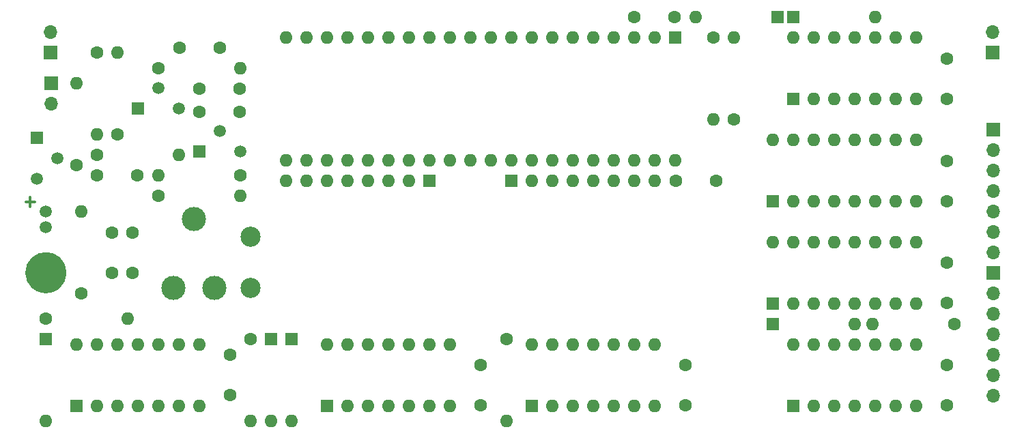
<source format=gbr>
%TF.GenerationSoftware,KiCad,Pcbnew,8.0.1*%
%TF.CreationDate,2024-05-17T17:30:14+02:00*%
%TF.ProjectId,modul_MH106,6d6f6475-6c5f-44d4-9831-30362e6b6963,rev?*%
%TF.SameCoordinates,Original*%
%TF.FileFunction,Soldermask,Bot*%
%TF.FilePolarity,Negative*%
%FSLAX46Y46*%
G04 Gerber Fmt 4.6, Leading zero omitted, Abs format (unit mm)*
G04 Created by KiCad (PCBNEW 8.0.1) date 2024-05-17 17:30:14*
%MOMM*%
%LPD*%
G01*
G04 APERTURE LIST*
%ADD10C,2.575000*%
%ADD11C,0.300000*%
%ADD12R,1.600000X1.600000*%
%ADD13O,1.600000X1.600000*%
%ADD14C,1.600000*%
%ADD15R,1.700000X1.700000*%
%ADD16O,1.700000X1.700000*%
%ADD17R,1.500000X1.500000*%
%ADD18C,1.500000*%
%ADD19C,2.500000*%
%ADD20C,3.000000*%
G04 APERTURE END LIST*
D10*
X97847500Y-90170000D02*
G75*
G02*
X95272500Y-90170000I-1287500J0D01*
G01*
X95272500Y-90170000D02*
G75*
G02*
X97847500Y-90170000I1287500J0D01*
G01*
D11*
X95186428Y-81386900D02*
X94043571Y-81386900D01*
X94614999Y-81958328D02*
X94614999Y-80815471D01*
D12*
%TO.C,V6*%
X186690000Y-96520000D03*
D13*
X196850000Y-96520000D03*
%TD*%
%TO.C,R16*%
X199072500Y-96520000D03*
D14*
X209232500Y-96520000D03*
%TD*%
%TO.C,R15*%
X100330000Y-76835000D03*
D13*
X100330000Y-66675000D03*
%TD*%
D14*
%TO.C,C16*%
X175895000Y-101600000D03*
X175895000Y-106600000D03*
%TD*%
D12*
%TO.C,R9*%
X154305000Y-78740000D03*
D13*
X156845000Y-78740000D03*
X159385000Y-78740000D03*
X161925000Y-78740000D03*
X164465000Y-78740000D03*
X167005000Y-78740000D03*
X169545000Y-78740000D03*
X172085000Y-78740000D03*
%TD*%
D15*
%TO.C,X5*%
X97130000Y-62845000D03*
D16*
X97130000Y-60305000D03*
%TD*%
D14*
%TO.C,C3*%
X107315000Y-90170000D03*
X107315000Y-85170000D03*
%TD*%
D15*
%TO.C,X4*%
X97180000Y-66695000D03*
D16*
X97180000Y-69235000D03*
%TD*%
D12*
%TO.C,D3*%
X189230000Y-68580000D03*
D13*
X191770000Y-68580000D03*
X194310000Y-68580000D03*
X196850000Y-68580000D03*
X199390000Y-68580000D03*
X201930000Y-68580000D03*
X204470000Y-68580000D03*
X204470000Y-60960000D03*
X201930000Y-60960000D03*
X199390000Y-60960000D03*
X196850000Y-60960000D03*
X194310000Y-60960000D03*
X191770000Y-60960000D03*
X189230000Y-60960000D03*
%TD*%
D14*
%TO.C,R11*%
X121920000Y-98425000D03*
D13*
X121920000Y-108585000D03*
%TD*%
D12*
%TO.C,A1*%
X100330000Y-106680000D03*
D13*
X102870000Y-106680000D03*
X105410000Y-106680000D03*
X107950000Y-106680000D03*
X110490000Y-106680000D03*
X113030000Y-106680000D03*
X115570000Y-106680000D03*
X115570000Y-99060000D03*
X113030000Y-99060000D03*
X110490000Y-99060000D03*
X107950000Y-99060000D03*
X105410000Y-99060000D03*
X102870000Y-99060000D03*
X100330000Y-99060000D03*
%TD*%
D14*
%TO.C,C10*%
X119380000Y-100370000D03*
X119380000Y-105370000D03*
%TD*%
%TO.C,R14*%
X96520000Y-95885000D03*
D13*
X106680000Y-95885000D03*
%TD*%
D12*
%TO.C,D7*%
X156845000Y-106680000D03*
D13*
X159385000Y-106680000D03*
X161925000Y-106680000D03*
X164465000Y-106680000D03*
X167005000Y-106680000D03*
X169545000Y-106680000D03*
X172085000Y-106680000D03*
X172085000Y-99060000D03*
X169545000Y-99060000D03*
X167005000Y-99060000D03*
X164465000Y-99060000D03*
X161925000Y-99060000D03*
X159385000Y-99060000D03*
X156845000Y-99060000D03*
%TD*%
D14*
%TO.C,C14*%
X208280000Y-76280000D03*
X208280000Y-81280000D03*
%TD*%
D12*
%TO.C,V1*%
X127000000Y-98425000D03*
D13*
X127000000Y-108585000D03*
%TD*%
D14*
%TO.C,C13*%
X208280000Y-88940000D03*
X208280000Y-93940000D03*
%TD*%
%TO.C,R6*%
X102870000Y-62865000D03*
D13*
X102870000Y-73025000D03*
%TD*%
D14*
%TO.C,R8*%
X179324000Y-60960000D03*
D13*
X179324000Y-71120000D03*
%TD*%
D14*
%TO.C,C4*%
X115610000Y-70231000D03*
X120610000Y-70231000D03*
%TD*%
%TO.C,R13*%
X100965000Y-92710000D03*
D13*
X100965000Y-82550000D03*
%TD*%
D14*
%TO.C,R2*%
X102870000Y-75565000D03*
D13*
X113030000Y-75565000D03*
%TD*%
D14*
%TO.C,C15*%
X150495000Y-101600000D03*
X150495000Y-106600000D03*
%TD*%
D12*
%TO.C,D2*%
X189230000Y-106680000D03*
D13*
X191770000Y-106680000D03*
X194310000Y-106680000D03*
X196850000Y-106680000D03*
X199390000Y-106680000D03*
X201930000Y-106680000D03*
X204470000Y-106680000D03*
X204470000Y-99060000D03*
X201930000Y-99060000D03*
X199390000Y-99060000D03*
X196850000Y-99060000D03*
X194310000Y-99060000D03*
X191770000Y-99060000D03*
X189230000Y-99060000D03*
%TD*%
D17*
%TO.C,VT1*%
X115570000Y-75145000D03*
D18*
X118110000Y-72605000D03*
X120650000Y-75145000D03*
%TD*%
D17*
%TO.C,VT2*%
X107940000Y-69811000D03*
D18*
X110480000Y-67271000D03*
X113020000Y-69811000D03*
%TD*%
D14*
%TO.C,R12*%
X153670000Y-98425000D03*
D13*
X153670000Y-108585000D03*
%TD*%
D14*
%TO.C,C8*%
X169545000Y-58420000D03*
X174545000Y-58420000D03*
%TD*%
D19*
%TO.C,Y1*%
X121920000Y-92075000D03*
X121920000Y-85725000D03*
%TD*%
D14*
%TO.C,R3*%
X120650000Y-78105000D03*
D13*
X110490000Y-78105000D03*
%TD*%
D14*
%TO.C,R4*%
X110490000Y-64770000D03*
D13*
X120650000Y-64770000D03*
%TD*%
D17*
%TO.C,VT3*%
X95416000Y-73396000D03*
D18*
X97956000Y-75936000D03*
X95416000Y-78476000D03*
%TD*%
D14*
%TO.C,C9*%
X179705000Y-78740000D03*
X174705000Y-78740000D03*
%TD*%
%TO.C,R7*%
X181864000Y-71120000D03*
D13*
X181864000Y-60960000D03*
%TD*%
D20*
%TO.C,C1*%
X117475000Y-92075000D03*
X112395000Y-92075000D03*
X114935000Y-83502500D03*
%TD*%
D14*
%TO.C,C7*%
X118110000Y-62230000D03*
X113110000Y-62230000D03*
%TD*%
D15*
%TO.C,X3*%
X213995000Y-62865000D03*
D16*
X213995000Y-60325000D03*
%TD*%
D14*
%TO.C,R5*%
X105410000Y-73025000D03*
D13*
X105410000Y-62865000D03*
%TD*%
D14*
%TO.C,C5*%
X120610000Y-67310000D03*
X115610000Y-67310000D03*
%TD*%
D12*
%TO.C,V3*%
X96520000Y-98425000D03*
D13*
X96520000Y-108585000D03*
%TD*%
D12*
%TO.C,D6*%
X186690000Y-81280000D03*
D13*
X189230000Y-81280000D03*
X191770000Y-81280000D03*
X194310000Y-81280000D03*
X196850000Y-81280000D03*
X199390000Y-81280000D03*
X201930000Y-81280000D03*
X204470000Y-81280000D03*
X204470000Y-73660000D03*
X201930000Y-73660000D03*
X199390000Y-73660000D03*
X196850000Y-73660000D03*
X194310000Y-73660000D03*
X191770000Y-73660000D03*
X189230000Y-73660000D03*
X186690000Y-73660000D03*
%TD*%
D14*
%TO.C,C6*%
X102870000Y-78105000D03*
X107870000Y-78105000D03*
%TD*%
D12*
%TO.C,D5*%
X131440000Y-106670000D03*
D13*
X133980000Y-106670000D03*
X136520000Y-106670000D03*
X139060000Y-106670000D03*
X141600000Y-106670000D03*
X144140000Y-106670000D03*
X146680000Y-106670000D03*
X146680000Y-99050000D03*
X144140000Y-99050000D03*
X141600000Y-99050000D03*
X139060000Y-99050000D03*
X136520000Y-99050000D03*
X133980000Y-99050000D03*
X131440000Y-99050000D03*
%TD*%
D14*
%TO.C,C2*%
X104775000Y-90170000D03*
X104775000Y-85170000D03*
%TD*%
D12*
%TO.C,V5*%
X187325000Y-58420000D03*
D13*
X177165000Y-58420000D03*
%TD*%
D14*
%TO.C,C11*%
X208280000Y-101640000D03*
X208280000Y-106640000D03*
%TD*%
D12*
%TO.C,R10*%
X144145000Y-78740000D03*
D13*
X141605000Y-78740000D03*
X139065000Y-78740000D03*
X136525000Y-78740000D03*
X133985000Y-78740000D03*
X131445000Y-78740000D03*
X128905000Y-78740000D03*
X126365000Y-78740000D03*
%TD*%
D14*
%TO.C,R1*%
X110490000Y-80645000D03*
D13*
X120650000Y-80645000D03*
%TD*%
D14*
%TO.C,C12*%
X208280000Y-63580000D03*
X208280000Y-68580000D03*
%TD*%
D12*
%TO.C,V4*%
X189230000Y-58420000D03*
D13*
X199390000Y-58420000D03*
%TD*%
D12*
%TO.C,D4*%
X186690000Y-93970000D03*
D13*
X189230000Y-93970000D03*
X191770000Y-93970000D03*
X194310000Y-93970000D03*
X196850000Y-93970000D03*
X199390000Y-93970000D03*
X201930000Y-93970000D03*
X204470000Y-93970000D03*
X204470000Y-86350000D03*
X201930000Y-86350000D03*
X199390000Y-86350000D03*
X196850000Y-86350000D03*
X194310000Y-86350000D03*
X191770000Y-86350000D03*
X189230000Y-86350000D03*
X186690000Y-86350000D03*
%TD*%
D18*
%TO.C,C17*%
X96520000Y-82550000D03*
X96520000Y-84550000D03*
%TD*%
D12*
%TO.C,V2*%
X124460000Y-98425000D03*
D13*
X124460000Y-108585000D03*
%TD*%
D12*
%TO.C,D1*%
X174625000Y-60960000D03*
D13*
X172085000Y-60960000D03*
X169545000Y-60960000D03*
X167005000Y-60960000D03*
X164465000Y-60960000D03*
X161925000Y-60960000D03*
X159385000Y-60960000D03*
X156845000Y-60960000D03*
X154305000Y-60960000D03*
X151765000Y-60960000D03*
X149225000Y-60960000D03*
X146685000Y-60960000D03*
X144145000Y-60960000D03*
X141605000Y-60960000D03*
X139065000Y-60960000D03*
X136525000Y-60960000D03*
X133985000Y-60960000D03*
X131445000Y-60960000D03*
X128905000Y-60960000D03*
X126365000Y-60960000D03*
X126365000Y-76200000D03*
X128905000Y-76200000D03*
X131445000Y-76200000D03*
X133985000Y-76200000D03*
X136525000Y-76200000D03*
X139065000Y-76200000D03*
X141605000Y-76200000D03*
X144145000Y-76200000D03*
X146685000Y-76200000D03*
X149225000Y-76200000D03*
X151765000Y-76200000D03*
X154305000Y-76200000D03*
X156845000Y-76200000D03*
X159385000Y-76200000D03*
X161925000Y-76200000D03*
X164465000Y-76200000D03*
X167005000Y-76200000D03*
X169545000Y-76200000D03*
X172085000Y-76200000D03*
X174625000Y-76200000D03*
%TD*%
D15*
%TO.C,X1*%
X214020000Y-72390000D03*
D16*
X214020000Y-74930000D03*
X214020000Y-77470000D03*
X214020000Y-80010000D03*
X214020000Y-82550000D03*
X214020000Y-85090000D03*
X214020000Y-87630000D03*
%TD*%
D15*
%TO.C,X2*%
X214020000Y-90170000D03*
D16*
X214020000Y-92710000D03*
X214020000Y-95250000D03*
X214020000Y-97790000D03*
X214020000Y-100330000D03*
X214020000Y-102870000D03*
X214020000Y-105410000D03*
%TD*%
M02*

</source>
